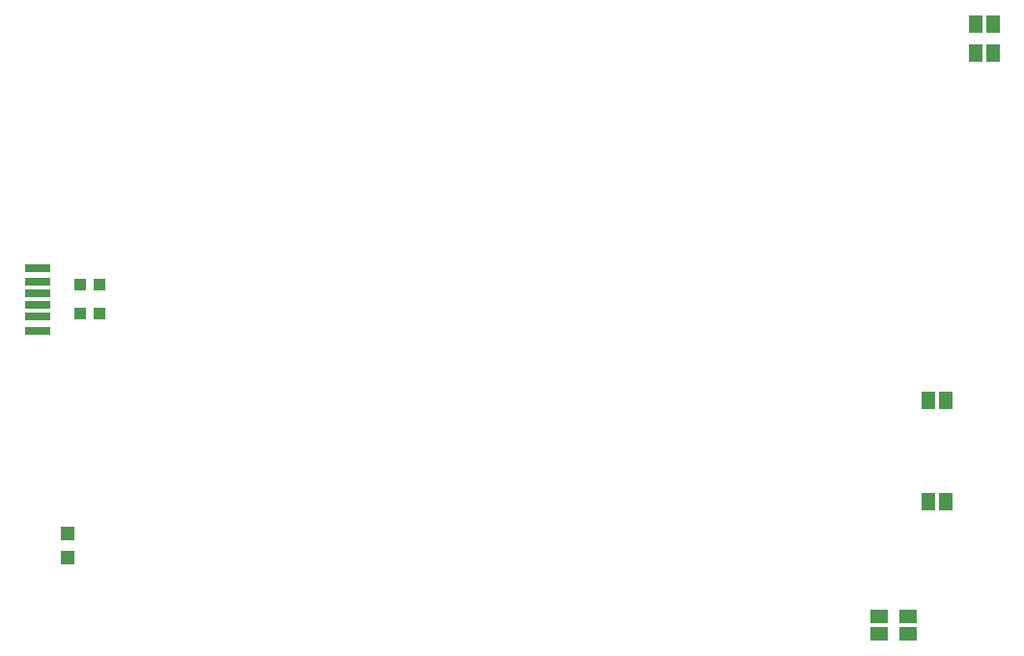
<source format=gtp>
G04 EAGLE Gerber RS-274X export*
G75*
%MOMM*%
%FSLAX34Y34*%
%LPD*%
%INSolderpaste Top*%
%IPPOS*%
%AMOC8*
5,1,8,0,0,1.08239X$1,22.5*%
G01*
%ADD10R,2.250000X0.700000*%
%ADD11R,2.250000X0.760000*%
%ADD12R,2.250000X0.800000*%
%ADD13R,1.200000X1.200000*%
%ADD14R,1.000000X1.100000*%
%ADD15R,1.168400X1.600200*%
%ADD16R,1.600200X1.168400*%


D10*
X74850Y398700D03*
X74850Y388700D03*
D11*
X74850Y378500D03*
X74850Y408900D03*
D12*
X74850Y366200D03*
X74850Y421200D03*
D13*
X101600Y167300D03*
X101600Y188300D03*
D14*
X112150Y406400D03*
X129150Y406400D03*
X112150Y381000D03*
X129150Y381000D03*
D15*
X855980Y304800D03*
X871220Y304800D03*
X855980Y215900D03*
X871220Y215900D03*
D16*
X812800Y115570D03*
X812800Y100330D03*
X838200Y115570D03*
X838200Y100330D03*
D15*
X897255Y635000D03*
X912495Y635000D03*
X897255Y609600D03*
X912495Y609600D03*
M02*

</source>
